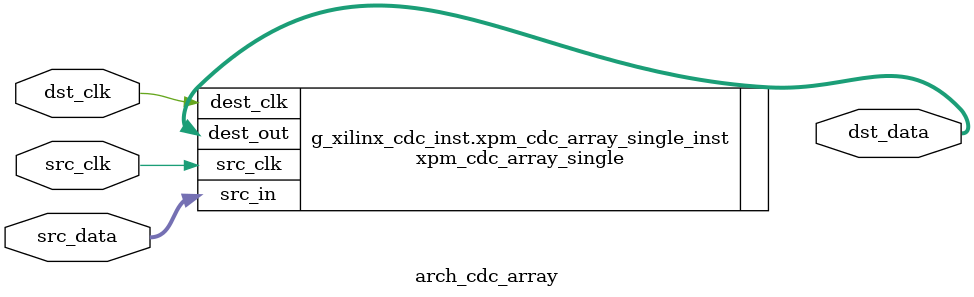
<source format=v>
`timescale 1ns / 100ps

//
// Clock-Domain Crossing (synchroniser) Array
//
module arch_cdc_array #(
    parameter FPGA_VENDOR = "xilinx",
    parameter FPGA_FAMILY = "7series",
    parameter WIDTH = 2
) (
    input wire src_clk,
    input wire [WIDTH-1:0] src_data,
    input wire dst_clk,
    output wire [WIDTH-1:0] dst_data
);

  generate
    if ((FPGA_VENDOR == "xilinx") && (FPGA_FAMILY == "7series")) begin : g_xilinx_cdc_inst
      xpm_cdc_array_single #(
          .DEST_SYNC_FF(3),
          .INIT_SYNC_FF(0),
          .SIM_ASSERT_CHK(0),
          .SRC_INPUT_REG(1),
          .WIDTH(WIDTH)
      ) xpm_cdc_array_single_inst (
          .dest_out(dst_data),
          .dest_clk(dst_clk),
          .src_clk (src_clk),
          .src_in  (src_data)
      );
    end else begin : g_generic_cdc_synch

      (* NOMERGE = "TRUE" *) reg [WIDTH-1:0] data_0;

      always @(posedge src_clk) begin
        data_0 <= src_data;
      end

      (* NOMERGE = "TRUE" *) reg [WIDTH-1:0] data_1, data_2, data_3;

      assign dst_data = data_3;

      always @(posedge dst_clk) begin
        {data_3, data_2, data_1} <= {data_2, data_1, data_0};
      end

    end
  endgenerate

endmodule

</source>
